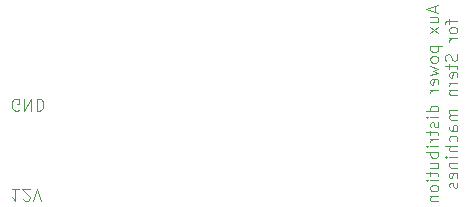
<source format=gbr>
%TF.GenerationSoftware,KiCad,Pcbnew,8.0.8*%
%TF.CreationDate,2025-04-28T22:16:34+02:00*%
%TF.ProjectId,stern-aux-power-distribution,73746572-6e2d-4617-9578-2d706f776572,rev?*%
%TF.SameCoordinates,Original*%
%TF.FileFunction,Legend,Bot*%
%TF.FilePolarity,Positive*%
%FSLAX46Y46*%
G04 Gerber Fmt 4.6, Leading zero omitted, Abs format (unit mm)*
G04 Created by KiCad (PCBNEW 8.0.8) date 2025-04-28 22:16:34*
%MOMM*%
%LPD*%
G01*
G04 APERTURE LIST*
%ADD10C,0.100000*%
G04 APERTURE END LIST*
D10*
X41467693Y-48754961D02*
X41372455Y-48802580D01*
X41372455Y-48802580D02*
X41229598Y-48802580D01*
X41229598Y-48802580D02*
X41086741Y-48754961D01*
X41086741Y-48754961D02*
X40991503Y-48659723D01*
X40991503Y-48659723D02*
X40943884Y-48564485D01*
X40943884Y-48564485D02*
X40896265Y-48374009D01*
X40896265Y-48374009D02*
X40896265Y-48231152D01*
X40896265Y-48231152D02*
X40943884Y-48040676D01*
X40943884Y-48040676D02*
X40991503Y-47945438D01*
X40991503Y-47945438D02*
X41086741Y-47850200D01*
X41086741Y-47850200D02*
X41229598Y-47802580D01*
X41229598Y-47802580D02*
X41324836Y-47802580D01*
X41324836Y-47802580D02*
X41467693Y-47850200D01*
X41467693Y-47850200D02*
X41515312Y-47897819D01*
X41515312Y-47897819D02*
X41515312Y-48231152D01*
X41515312Y-48231152D02*
X41324836Y-48231152D01*
X41943884Y-47802580D02*
X41943884Y-48802580D01*
X41943884Y-48802580D02*
X42515312Y-47802580D01*
X42515312Y-47802580D02*
X42515312Y-48802580D01*
X42991503Y-47802580D02*
X42991503Y-48802580D01*
X42991503Y-48802580D02*
X43229598Y-48802580D01*
X43229598Y-48802580D02*
X43372455Y-48754961D01*
X43372455Y-48754961D02*
X43467693Y-48659723D01*
X43467693Y-48659723D02*
X43515312Y-48564485D01*
X43515312Y-48564485D02*
X43562931Y-48374009D01*
X43562931Y-48374009D02*
X43562931Y-48231152D01*
X43562931Y-48231152D02*
X43515312Y-48040676D01*
X43515312Y-48040676D02*
X43467693Y-47945438D01*
X43467693Y-47945438D02*
X43372455Y-47850200D01*
X43372455Y-47850200D02*
X43229598Y-47802580D01*
X43229598Y-47802580D02*
X42991503Y-47802580D01*
X76716760Y-39974285D02*
X76716760Y-40450475D01*
X77002475Y-39879047D02*
X76002475Y-40212380D01*
X76002475Y-40212380D02*
X77002475Y-40545713D01*
X76335808Y-41307618D02*
X77002475Y-41307618D01*
X76335808Y-40879047D02*
X76859617Y-40879047D01*
X76859617Y-40879047D02*
X76954856Y-40926666D01*
X76954856Y-40926666D02*
X77002475Y-41021904D01*
X77002475Y-41021904D02*
X77002475Y-41164761D01*
X77002475Y-41164761D02*
X76954856Y-41259999D01*
X76954856Y-41259999D02*
X76907236Y-41307618D01*
X77002475Y-41688571D02*
X76335808Y-42212380D01*
X76335808Y-41688571D02*
X77002475Y-42212380D01*
X76335808Y-43355238D02*
X77335808Y-43355238D01*
X76383427Y-43355238D02*
X76335808Y-43450476D01*
X76335808Y-43450476D02*
X76335808Y-43640952D01*
X76335808Y-43640952D02*
X76383427Y-43736190D01*
X76383427Y-43736190D02*
X76431046Y-43783809D01*
X76431046Y-43783809D02*
X76526284Y-43831428D01*
X76526284Y-43831428D02*
X76811998Y-43831428D01*
X76811998Y-43831428D02*
X76907236Y-43783809D01*
X76907236Y-43783809D02*
X76954856Y-43736190D01*
X76954856Y-43736190D02*
X77002475Y-43640952D01*
X77002475Y-43640952D02*
X77002475Y-43450476D01*
X77002475Y-43450476D02*
X76954856Y-43355238D01*
X77002475Y-44402857D02*
X76954856Y-44307619D01*
X76954856Y-44307619D02*
X76907236Y-44260000D01*
X76907236Y-44260000D02*
X76811998Y-44212381D01*
X76811998Y-44212381D02*
X76526284Y-44212381D01*
X76526284Y-44212381D02*
X76431046Y-44260000D01*
X76431046Y-44260000D02*
X76383427Y-44307619D01*
X76383427Y-44307619D02*
X76335808Y-44402857D01*
X76335808Y-44402857D02*
X76335808Y-44545714D01*
X76335808Y-44545714D02*
X76383427Y-44640952D01*
X76383427Y-44640952D02*
X76431046Y-44688571D01*
X76431046Y-44688571D02*
X76526284Y-44736190D01*
X76526284Y-44736190D02*
X76811998Y-44736190D01*
X76811998Y-44736190D02*
X76907236Y-44688571D01*
X76907236Y-44688571D02*
X76954856Y-44640952D01*
X76954856Y-44640952D02*
X77002475Y-44545714D01*
X77002475Y-44545714D02*
X77002475Y-44402857D01*
X76335808Y-45069524D02*
X77002475Y-45260000D01*
X77002475Y-45260000D02*
X76526284Y-45450476D01*
X76526284Y-45450476D02*
X77002475Y-45640952D01*
X77002475Y-45640952D02*
X76335808Y-45831428D01*
X76954856Y-46593333D02*
X77002475Y-46498095D01*
X77002475Y-46498095D02*
X77002475Y-46307619D01*
X77002475Y-46307619D02*
X76954856Y-46212381D01*
X76954856Y-46212381D02*
X76859617Y-46164762D01*
X76859617Y-46164762D02*
X76478665Y-46164762D01*
X76478665Y-46164762D02*
X76383427Y-46212381D01*
X76383427Y-46212381D02*
X76335808Y-46307619D01*
X76335808Y-46307619D02*
X76335808Y-46498095D01*
X76335808Y-46498095D02*
X76383427Y-46593333D01*
X76383427Y-46593333D02*
X76478665Y-46640952D01*
X76478665Y-46640952D02*
X76573903Y-46640952D01*
X76573903Y-46640952D02*
X76669141Y-46164762D01*
X77002475Y-47069524D02*
X76335808Y-47069524D01*
X76526284Y-47069524D02*
X76431046Y-47117143D01*
X76431046Y-47117143D02*
X76383427Y-47164762D01*
X76383427Y-47164762D02*
X76335808Y-47260000D01*
X76335808Y-47260000D02*
X76335808Y-47355238D01*
X77002475Y-48879048D02*
X76002475Y-48879048D01*
X76954856Y-48879048D02*
X77002475Y-48783810D01*
X77002475Y-48783810D02*
X77002475Y-48593334D01*
X77002475Y-48593334D02*
X76954856Y-48498096D01*
X76954856Y-48498096D02*
X76907236Y-48450477D01*
X76907236Y-48450477D02*
X76811998Y-48402858D01*
X76811998Y-48402858D02*
X76526284Y-48402858D01*
X76526284Y-48402858D02*
X76431046Y-48450477D01*
X76431046Y-48450477D02*
X76383427Y-48498096D01*
X76383427Y-48498096D02*
X76335808Y-48593334D01*
X76335808Y-48593334D02*
X76335808Y-48783810D01*
X76335808Y-48783810D02*
X76383427Y-48879048D01*
X77002475Y-49355239D02*
X76335808Y-49355239D01*
X76002475Y-49355239D02*
X76050094Y-49307620D01*
X76050094Y-49307620D02*
X76097713Y-49355239D01*
X76097713Y-49355239D02*
X76050094Y-49402858D01*
X76050094Y-49402858D02*
X76002475Y-49355239D01*
X76002475Y-49355239D02*
X76097713Y-49355239D01*
X76954856Y-49783810D02*
X77002475Y-49879048D01*
X77002475Y-49879048D02*
X77002475Y-50069524D01*
X77002475Y-50069524D02*
X76954856Y-50164762D01*
X76954856Y-50164762D02*
X76859617Y-50212381D01*
X76859617Y-50212381D02*
X76811998Y-50212381D01*
X76811998Y-50212381D02*
X76716760Y-50164762D01*
X76716760Y-50164762D02*
X76669141Y-50069524D01*
X76669141Y-50069524D02*
X76669141Y-49926667D01*
X76669141Y-49926667D02*
X76621522Y-49831429D01*
X76621522Y-49831429D02*
X76526284Y-49783810D01*
X76526284Y-49783810D02*
X76478665Y-49783810D01*
X76478665Y-49783810D02*
X76383427Y-49831429D01*
X76383427Y-49831429D02*
X76335808Y-49926667D01*
X76335808Y-49926667D02*
X76335808Y-50069524D01*
X76335808Y-50069524D02*
X76383427Y-50164762D01*
X76335808Y-50498096D02*
X76335808Y-50879048D01*
X76002475Y-50640953D02*
X76859617Y-50640953D01*
X76859617Y-50640953D02*
X76954856Y-50688572D01*
X76954856Y-50688572D02*
X77002475Y-50783810D01*
X77002475Y-50783810D02*
X77002475Y-50879048D01*
X77002475Y-51212382D02*
X76335808Y-51212382D01*
X76526284Y-51212382D02*
X76431046Y-51260001D01*
X76431046Y-51260001D02*
X76383427Y-51307620D01*
X76383427Y-51307620D02*
X76335808Y-51402858D01*
X76335808Y-51402858D02*
X76335808Y-51498096D01*
X77002475Y-51831430D02*
X76335808Y-51831430D01*
X76002475Y-51831430D02*
X76050094Y-51783811D01*
X76050094Y-51783811D02*
X76097713Y-51831430D01*
X76097713Y-51831430D02*
X76050094Y-51879049D01*
X76050094Y-51879049D02*
X76002475Y-51831430D01*
X76002475Y-51831430D02*
X76097713Y-51831430D01*
X77002475Y-52307620D02*
X76002475Y-52307620D01*
X76383427Y-52307620D02*
X76335808Y-52402858D01*
X76335808Y-52402858D02*
X76335808Y-52593334D01*
X76335808Y-52593334D02*
X76383427Y-52688572D01*
X76383427Y-52688572D02*
X76431046Y-52736191D01*
X76431046Y-52736191D02*
X76526284Y-52783810D01*
X76526284Y-52783810D02*
X76811998Y-52783810D01*
X76811998Y-52783810D02*
X76907236Y-52736191D01*
X76907236Y-52736191D02*
X76954856Y-52688572D01*
X76954856Y-52688572D02*
X77002475Y-52593334D01*
X77002475Y-52593334D02*
X77002475Y-52402858D01*
X77002475Y-52402858D02*
X76954856Y-52307620D01*
X76335808Y-53640953D02*
X77002475Y-53640953D01*
X76335808Y-53212382D02*
X76859617Y-53212382D01*
X76859617Y-53212382D02*
X76954856Y-53260001D01*
X76954856Y-53260001D02*
X77002475Y-53355239D01*
X77002475Y-53355239D02*
X77002475Y-53498096D01*
X77002475Y-53498096D02*
X76954856Y-53593334D01*
X76954856Y-53593334D02*
X76907236Y-53640953D01*
X76335808Y-53974287D02*
X76335808Y-54355239D01*
X76002475Y-54117144D02*
X76859617Y-54117144D01*
X76859617Y-54117144D02*
X76954856Y-54164763D01*
X76954856Y-54164763D02*
X77002475Y-54260001D01*
X77002475Y-54260001D02*
X77002475Y-54355239D01*
X77002475Y-54688573D02*
X76335808Y-54688573D01*
X76002475Y-54688573D02*
X76050094Y-54640954D01*
X76050094Y-54640954D02*
X76097713Y-54688573D01*
X76097713Y-54688573D02*
X76050094Y-54736192D01*
X76050094Y-54736192D02*
X76002475Y-54688573D01*
X76002475Y-54688573D02*
X76097713Y-54688573D01*
X77002475Y-55307620D02*
X76954856Y-55212382D01*
X76954856Y-55212382D02*
X76907236Y-55164763D01*
X76907236Y-55164763D02*
X76811998Y-55117144D01*
X76811998Y-55117144D02*
X76526284Y-55117144D01*
X76526284Y-55117144D02*
X76431046Y-55164763D01*
X76431046Y-55164763D02*
X76383427Y-55212382D01*
X76383427Y-55212382D02*
X76335808Y-55307620D01*
X76335808Y-55307620D02*
X76335808Y-55450477D01*
X76335808Y-55450477D02*
X76383427Y-55545715D01*
X76383427Y-55545715D02*
X76431046Y-55593334D01*
X76431046Y-55593334D02*
X76526284Y-55640953D01*
X76526284Y-55640953D02*
X76811998Y-55640953D01*
X76811998Y-55640953D02*
X76907236Y-55593334D01*
X76907236Y-55593334D02*
X76954856Y-55545715D01*
X76954856Y-55545715D02*
X77002475Y-55450477D01*
X77002475Y-55450477D02*
X77002475Y-55307620D01*
X76335808Y-56069525D02*
X77002475Y-56069525D01*
X76431046Y-56069525D02*
X76383427Y-56117144D01*
X76383427Y-56117144D02*
X76335808Y-56212382D01*
X76335808Y-56212382D02*
X76335808Y-56355239D01*
X76335808Y-56355239D02*
X76383427Y-56450477D01*
X76383427Y-56450477D02*
X76478665Y-56498096D01*
X76478665Y-56498096D02*
X77002475Y-56498096D01*
X77945752Y-41069523D02*
X77945752Y-41450475D01*
X78612419Y-41212380D02*
X77755276Y-41212380D01*
X77755276Y-41212380D02*
X77660038Y-41259999D01*
X77660038Y-41259999D02*
X77612419Y-41355237D01*
X77612419Y-41355237D02*
X77612419Y-41450475D01*
X78612419Y-41926666D02*
X78564800Y-41831428D01*
X78564800Y-41831428D02*
X78517180Y-41783809D01*
X78517180Y-41783809D02*
X78421942Y-41736190D01*
X78421942Y-41736190D02*
X78136228Y-41736190D01*
X78136228Y-41736190D02*
X78040990Y-41783809D01*
X78040990Y-41783809D02*
X77993371Y-41831428D01*
X77993371Y-41831428D02*
X77945752Y-41926666D01*
X77945752Y-41926666D02*
X77945752Y-42069523D01*
X77945752Y-42069523D02*
X77993371Y-42164761D01*
X77993371Y-42164761D02*
X78040990Y-42212380D01*
X78040990Y-42212380D02*
X78136228Y-42259999D01*
X78136228Y-42259999D02*
X78421942Y-42259999D01*
X78421942Y-42259999D02*
X78517180Y-42212380D01*
X78517180Y-42212380D02*
X78564800Y-42164761D01*
X78564800Y-42164761D02*
X78612419Y-42069523D01*
X78612419Y-42069523D02*
X78612419Y-41926666D01*
X78612419Y-42688571D02*
X77945752Y-42688571D01*
X78136228Y-42688571D02*
X78040990Y-42736190D01*
X78040990Y-42736190D02*
X77993371Y-42783809D01*
X77993371Y-42783809D02*
X77945752Y-42879047D01*
X77945752Y-42879047D02*
X77945752Y-42974285D01*
X78564800Y-44021905D02*
X78612419Y-44164762D01*
X78612419Y-44164762D02*
X78612419Y-44402857D01*
X78612419Y-44402857D02*
X78564800Y-44498095D01*
X78564800Y-44498095D02*
X78517180Y-44545714D01*
X78517180Y-44545714D02*
X78421942Y-44593333D01*
X78421942Y-44593333D02*
X78326704Y-44593333D01*
X78326704Y-44593333D02*
X78231466Y-44545714D01*
X78231466Y-44545714D02*
X78183847Y-44498095D01*
X78183847Y-44498095D02*
X78136228Y-44402857D01*
X78136228Y-44402857D02*
X78088609Y-44212381D01*
X78088609Y-44212381D02*
X78040990Y-44117143D01*
X78040990Y-44117143D02*
X77993371Y-44069524D01*
X77993371Y-44069524D02*
X77898133Y-44021905D01*
X77898133Y-44021905D02*
X77802895Y-44021905D01*
X77802895Y-44021905D02*
X77707657Y-44069524D01*
X77707657Y-44069524D02*
X77660038Y-44117143D01*
X77660038Y-44117143D02*
X77612419Y-44212381D01*
X77612419Y-44212381D02*
X77612419Y-44450476D01*
X77612419Y-44450476D02*
X77660038Y-44593333D01*
X77945752Y-44879048D02*
X77945752Y-45260000D01*
X77612419Y-45021905D02*
X78469561Y-45021905D01*
X78469561Y-45021905D02*
X78564800Y-45069524D01*
X78564800Y-45069524D02*
X78612419Y-45164762D01*
X78612419Y-45164762D02*
X78612419Y-45260000D01*
X78564800Y-45974286D02*
X78612419Y-45879048D01*
X78612419Y-45879048D02*
X78612419Y-45688572D01*
X78612419Y-45688572D02*
X78564800Y-45593334D01*
X78564800Y-45593334D02*
X78469561Y-45545715D01*
X78469561Y-45545715D02*
X78088609Y-45545715D01*
X78088609Y-45545715D02*
X77993371Y-45593334D01*
X77993371Y-45593334D02*
X77945752Y-45688572D01*
X77945752Y-45688572D02*
X77945752Y-45879048D01*
X77945752Y-45879048D02*
X77993371Y-45974286D01*
X77993371Y-45974286D02*
X78088609Y-46021905D01*
X78088609Y-46021905D02*
X78183847Y-46021905D01*
X78183847Y-46021905D02*
X78279085Y-45545715D01*
X78612419Y-46450477D02*
X77945752Y-46450477D01*
X78136228Y-46450477D02*
X78040990Y-46498096D01*
X78040990Y-46498096D02*
X77993371Y-46545715D01*
X77993371Y-46545715D02*
X77945752Y-46640953D01*
X77945752Y-46640953D02*
X77945752Y-46736191D01*
X77945752Y-47069525D02*
X78612419Y-47069525D01*
X78040990Y-47069525D02*
X77993371Y-47117144D01*
X77993371Y-47117144D02*
X77945752Y-47212382D01*
X77945752Y-47212382D02*
X77945752Y-47355239D01*
X77945752Y-47355239D02*
X77993371Y-47450477D01*
X77993371Y-47450477D02*
X78088609Y-47498096D01*
X78088609Y-47498096D02*
X78612419Y-47498096D01*
X78612419Y-48736192D02*
X77945752Y-48736192D01*
X78040990Y-48736192D02*
X77993371Y-48783811D01*
X77993371Y-48783811D02*
X77945752Y-48879049D01*
X77945752Y-48879049D02*
X77945752Y-49021906D01*
X77945752Y-49021906D02*
X77993371Y-49117144D01*
X77993371Y-49117144D02*
X78088609Y-49164763D01*
X78088609Y-49164763D02*
X78612419Y-49164763D01*
X78088609Y-49164763D02*
X77993371Y-49212382D01*
X77993371Y-49212382D02*
X77945752Y-49307620D01*
X77945752Y-49307620D02*
X77945752Y-49450477D01*
X77945752Y-49450477D02*
X77993371Y-49545716D01*
X77993371Y-49545716D02*
X78088609Y-49593335D01*
X78088609Y-49593335D02*
X78612419Y-49593335D01*
X78612419Y-50498096D02*
X78088609Y-50498096D01*
X78088609Y-50498096D02*
X77993371Y-50450477D01*
X77993371Y-50450477D02*
X77945752Y-50355239D01*
X77945752Y-50355239D02*
X77945752Y-50164763D01*
X77945752Y-50164763D02*
X77993371Y-50069525D01*
X78564800Y-50498096D02*
X78612419Y-50402858D01*
X78612419Y-50402858D02*
X78612419Y-50164763D01*
X78612419Y-50164763D02*
X78564800Y-50069525D01*
X78564800Y-50069525D02*
X78469561Y-50021906D01*
X78469561Y-50021906D02*
X78374323Y-50021906D01*
X78374323Y-50021906D02*
X78279085Y-50069525D01*
X78279085Y-50069525D02*
X78231466Y-50164763D01*
X78231466Y-50164763D02*
X78231466Y-50402858D01*
X78231466Y-50402858D02*
X78183847Y-50498096D01*
X78564800Y-51402858D02*
X78612419Y-51307620D01*
X78612419Y-51307620D02*
X78612419Y-51117144D01*
X78612419Y-51117144D02*
X78564800Y-51021906D01*
X78564800Y-51021906D02*
X78517180Y-50974287D01*
X78517180Y-50974287D02*
X78421942Y-50926668D01*
X78421942Y-50926668D02*
X78136228Y-50926668D01*
X78136228Y-50926668D02*
X78040990Y-50974287D01*
X78040990Y-50974287D02*
X77993371Y-51021906D01*
X77993371Y-51021906D02*
X77945752Y-51117144D01*
X77945752Y-51117144D02*
X77945752Y-51307620D01*
X77945752Y-51307620D02*
X77993371Y-51402858D01*
X78612419Y-51831430D02*
X77612419Y-51831430D01*
X78612419Y-52260001D02*
X78088609Y-52260001D01*
X78088609Y-52260001D02*
X77993371Y-52212382D01*
X77993371Y-52212382D02*
X77945752Y-52117144D01*
X77945752Y-52117144D02*
X77945752Y-51974287D01*
X77945752Y-51974287D02*
X77993371Y-51879049D01*
X77993371Y-51879049D02*
X78040990Y-51831430D01*
X78612419Y-52736192D02*
X77945752Y-52736192D01*
X77612419Y-52736192D02*
X77660038Y-52688573D01*
X77660038Y-52688573D02*
X77707657Y-52736192D01*
X77707657Y-52736192D02*
X77660038Y-52783811D01*
X77660038Y-52783811D02*
X77612419Y-52736192D01*
X77612419Y-52736192D02*
X77707657Y-52736192D01*
X77945752Y-53212382D02*
X78612419Y-53212382D01*
X78040990Y-53212382D02*
X77993371Y-53260001D01*
X77993371Y-53260001D02*
X77945752Y-53355239D01*
X77945752Y-53355239D02*
X77945752Y-53498096D01*
X77945752Y-53498096D02*
X77993371Y-53593334D01*
X77993371Y-53593334D02*
X78088609Y-53640953D01*
X78088609Y-53640953D02*
X78612419Y-53640953D01*
X78564800Y-54498096D02*
X78612419Y-54402858D01*
X78612419Y-54402858D02*
X78612419Y-54212382D01*
X78612419Y-54212382D02*
X78564800Y-54117144D01*
X78564800Y-54117144D02*
X78469561Y-54069525D01*
X78469561Y-54069525D02*
X78088609Y-54069525D01*
X78088609Y-54069525D02*
X77993371Y-54117144D01*
X77993371Y-54117144D02*
X77945752Y-54212382D01*
X77945752Y-54212382D02*
X77945752Y-54402858D01*
X77945752Y-54402858D02*
X77993371Y-54498096D01*
X77993371Y-54498096D02*
X78088609Y-54545715D01*
X78088609Y-54545715D02*
X78183847Y-54545715D01*
X78183847Y-54545715D02*
X78279085Y-54069525D01*
X78564800Y-54926668D02*
X78612419Y-55021906D01*
X78612419Y-55021906D02*
X78612419Y-55212382D01*
X78612419Y-55212382D02*
X78564800Y-55307620D01*
X78564800Y-55307620D02*
X78469561Y-55355239D01*
X78469561Y-55355239D02*
X78421942Y-55355239D01*
X78421942Y-55355239D02*
X78326704Y-55307620D01*
X78326704Y-55307620D02*
X78279085Y-55212382D01*
X78279085Y-55212382D02*
X78279085Y-55069525D01*
X78279085Y-55069525D02*
X78231466Y-54974287D01*
X78231466Y-54974287D02*
X78136228Y-54926668D01*
X78136228Y-54926668D02*
X78088609Y-54926668D01*
X78088609Y-54926668D02*
X77993371Y-54974287D01*
X77993371Y-54974287D02*
X77945752Y-55069525D01*
X77945752Y-55069525D02*
X77945752Y-55212382D01*
X77945752Y-55212382D02*
X77993371Y-55307620D01*
X41467693Y-55422580D02*
X40896265Y-55422580D01*
X41181979Y-55422580D02*
X41181979Y-56422580D01*
X41181979Y-56422580D02*
X41086741Y-56279723D01*
X41086741Y-56279723D02*
X40991503Y-56184485D01*
X40991503Y-56184485D02*
X40896265Y-56136866D01*
X41848646Y-56327342D02*
X41896265Y-56374961D01*
X41896265Y-56374961D02*
X41991503Y-56422580D01*
X41991503Y-56422580D02*
X42229598Y-56422580D01*
X42229598Y-56422580D02*
X42324836Y-56374961D01*
X42324836Y-56374961D02*
X42372455Y-56327342D01*
X42372455Y-56327342D02*
X42420074Y-56232104D01*
X42420074Y-56232104D02*
X42420074Y-56136866D01*
X42420074Y-56136866D02*
X42372455Y-55994009D01*
X42372455Y-55994009D02*
X41801027Y-55422580D01*
X41801027Y-55422580D02*
X42420074Y-55422580D01*
X42705789Y-56422580D02*
X43039122Y-55422580D01*
X43039122Y-55422580D02*
X43372455Y-56422580D01*
M02*

</source>
